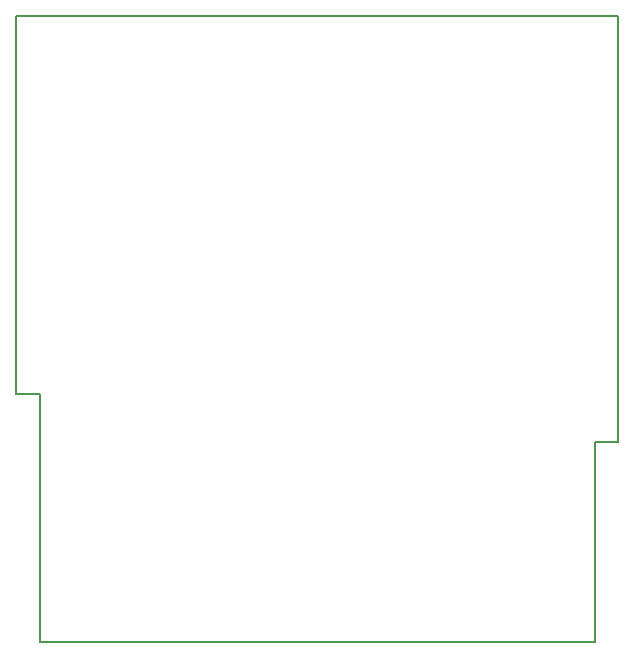
<source format=gbr>
G04 #@! TF.FileFunction,Profile,NP*
%FSLAX46Y46*%
G04 Gerber Fmt 4.6, Leading zero omitted, Abs format (unit mm)*
G04 Created by KiCad (PCBNEW 4.0.7) date 04/02/18 18:29:08*
%MOMM*%
%LPD*%
G01*
G04 APERTURE LIST*
%ADD10C,0.100000*%
%ADD11C,0.150000*%
G04 APERTURE END LIST*
D10*
D11*
X116820000Y-122880000D02*
X116820000Y-90880000D01*
X118820000Y-122880000D02*
X116820000Y-122880000D01*
X118820000Y-143880000D02*
X118820000Y-122880000D01*
X167820000Y-126880000D02*
X167820000Y-90880000D01*
X165820000Y-126880000D02*
X167820000Y-126880000D01*
X165820000Y-143880000D02*
X165820000Y-126880000D01*
X165820000Y-143880000D02*
X118820000Y-143880000D01*
X116820000Y-90880000D02*
X167820000Y-90880000D01*
M02*

</source>
